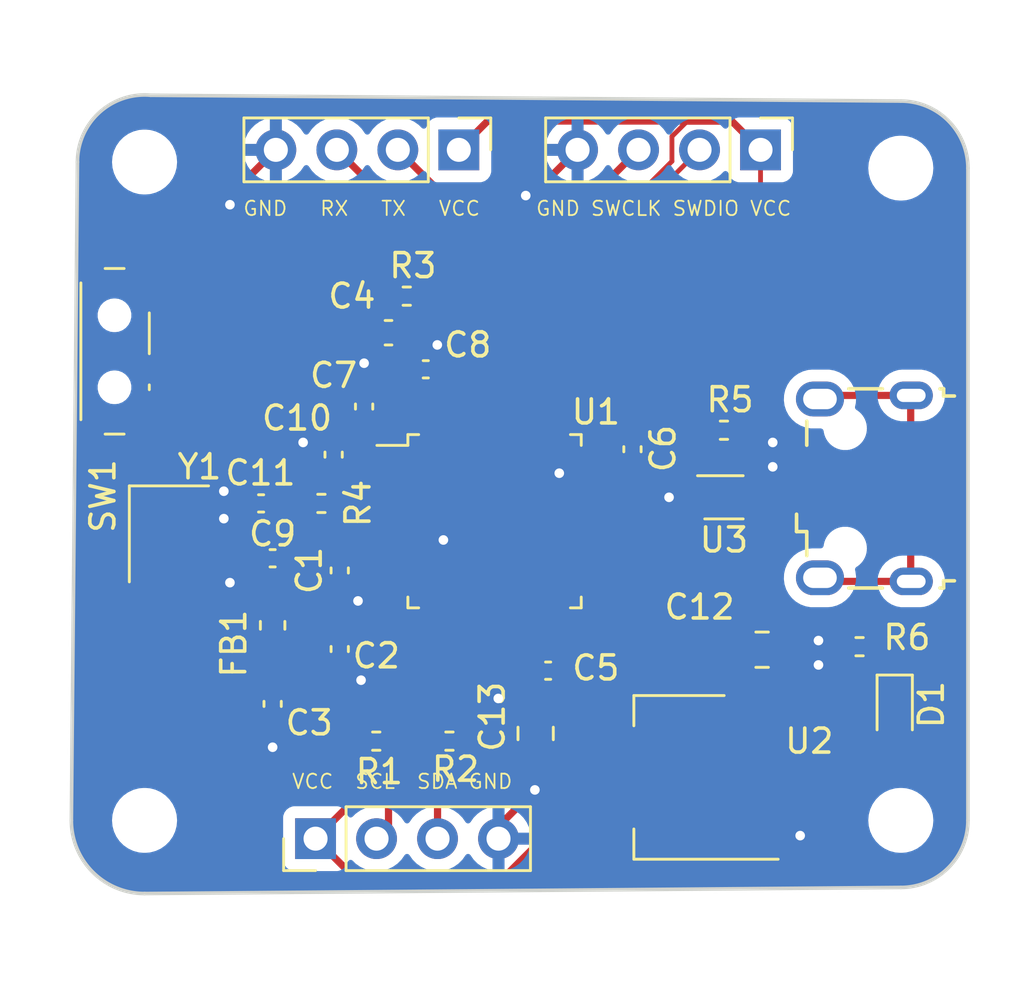
<source format=kicad_pcb>
(kicad_pcb (version 20221018) (generator pcbnew)
  (layers (0 "F.Cu" signal) (31 "B.Cu" signal) (34 "B.Paste" user) (35 "F.Paste" user) (36 "B.SilkS" user "B.Silkscreen") (37 "F.SilkS" user "F.Silkscreen") (38 "B.Mask" user) (39 "F.Mask" user) (44 "Edge.Cuts" user))
  (net 0 "")
  (net 1 "+3.3VA")
  (net 2 "GND")
  (net 3 "+3.3V")
  (net 4 "/NRST")
  (net 5 "HSE_IN")
  (net 6 "Net-(C11-Pad1)")
  (net 7 "VBUS")
  (net 8 "/PWR_LED_K")
  (net 9 "I2C_SCL")
  (net 10 "I2C_SDA")
  (net 11 "SWDIO")
  (net 12 "SWCLK")
  (net 13 "USART1_TX")
  (net 14 "USART1_RX")
  (net 15 "USB_D-")
  (net 16 "USB_D+")
  (net 18 "unconnected-(J4-Shield-Pad6)")
  (net 19 "Net-(SW1-B)")
  (net 20 "/BOOT0")
  (net 21 "HSE_OUT")
  (net 22 "USB_CONN_D+")
  (net 44 "USB_CONN_D-")
  (footprint "Capacitor_SMD:C_0402_1005Metric" (layer "F.Cu") (at 116.84 115.824 -90)
    (fp_text reference "C1" (at 0 1.27 90) (layer "F.SilkS"))
    (fp_text value "10n")
    (pad "1" smd roundrect (at -0.48 0 270) (size 0.56 0.62) (layers "F.Cu" "F.Paste" "F.Mask") (net 1 "+3.3VA"))
    (pad "2" smd roundrect (at 0.48 0 270) (size 0.56 0.62) (layers "F.Cu" "F.Paste" "F.Mask") (net 2 "GND"))
  )
  (footprint "Capacitor_SMD:C_0402_1005Metric" (layer "F.Cu") (at 120.424 107.442)
    (fp_text reference "C8" (at 1.75 -1.016 180) (layer "F.SilkS"))
    (fp_text value "100n" hide)
    (pad "1" smd roundrect (at -0.48 0) (size 0.56 0.62) (layers "F.Cu" "F.Paste" "F.Mask") (net 3 "+3.3V"))
    (pad "2" smd roundrect (at 0.48 0) (size 0.56 0.62) (layers "F.Cu" "F.Paste" "F.Mask") (net 2 "GND"))
  )
  (footprint "Capacitor_SMD:C_0402_1005Metric" (layer "F.Cu") (at 116.586 110.998 90)
    (fp_text reference "C10" (at 1.524 -1.524) (layer "F.SilkS"))
    (fp_text value "10p")
    (pad "1" smd roundrect (at -0.48 0 90) (size 0.56 0.62) (layers "F.Cu" "F.Paste" "F.Mask") (net 5 "HSE_IN"))
    (pad "2" smd roundrect (at 0.48 0 90) (size 0.56 0.62) (layers "F.Cu" "F.Paste" "F.Mask") (net 2 "GND"))
  )
  (footprint "Capacitor_SMD:C_0402_1005Metric" (layer "F.Cu") (at 114.046 115.316 180)
    (fp_text reference "C9" (at 0 1.016 180) (layer "F.SilkS"))
    (fp_text value "100n")
    (pad "1" smd roundrect (at -0.48 0 180) (size 0.56 0.62) (layers "F.Cu" "F.Paste" "F.Mask") (net 4 "/NRST"))
    (pad "2" smd roundrect (at 0.48 0 180) (size 0.56 0.62) (layers "F.Cu" "F.Paste" "F.Mask") (net 2 "GND"))
  )
  (footprint "MountingHole:MountingHole_2.2mm_M2" (layer "F.Cu") (at 140.208 99.06)
    (fp_text reference "H2")
    (fp_text value "MountingHole")
    (pad "" np_thru_hole circle (at 0 0) (size 2.2 2.2) (drill 2.2) (layers "*.Cu" "*.Mask"))
  )
  (footprint "Crystal:Crystal_SMD_3225-4Pin_3.2x2.5mm" (layer "F.Cu") (at 109.728 114.3 -90)
    (fp_text reference "Y1" (at -2.794 -1.27 -180) (layer "F.SilkS"))
    (fp_text value "16MHz" hide)
    (pad "1" smd rect (at -1.1 0.85 270) (size 1.4 1.2) (layers "F.Cu" "F.Paste" "F.Mask") (net 5 "HSE_IN"))
    (pad "2" smd rect (at 1.1 0.85 270) (size 1.4 1.2) (layers "F.Cu" "F.Paste" "F.Mask") (net 2 "GND"))
    (pad "3" smd rect (at 1.1 -0.85 270) (size 1.4 1.2) (layers "F.Cu" "F.Paste" "F.Mask") (net 6 "Net-(C11-Pad1)"))
    (pad "4" smd rect (at -1.1 -0.85 270) (size 1.4 1.2) (layers "F.Cu" "F.Paste" "F.Mask") (net 2 "GND"))
  )
  (footprint "Resistor_SMD:R_0402_1005Metric" (layer "F.Cu") (at 119.632 104.394)
    (fp_text reference "R3" (at 0.256 -1.27) (layer "F.SilkS"))
    (fp_text value "10k")
    (pad "1" smd roundrect (at -0.51 0) (size 0.54 0.64) (layers "F.Cu" "F.Paste" "F.Mask") (net 19 "Net-(SW1-B)"))
    (pad "2" smd roundrect (at 0.51 0) (size 0.54 0.64) (layers "F.Cu" "F.Paste" "F.Mask") (net 20 "/BOOT0"))
  )
  (footprint "Capacitor_SMD:C_0402_1005Metric" (layer "F.Cu") (at 113.566 113.03 180)
    (fp_text reference "C11" (at 0.028 1.27 180) (layer "F.SilkS"))
    (fp_text value "10p")
    (pad "1" smd roundrect (at -0.48 0 180) (size 0.56 0.62) (layers "F.Cu" "F.Paste" "F.Mask") (net 6 "Net-(C11-Pad1)"))
    (pad "2" smd roundrect (at 0.48 0 180) (size 0.56 0.62) (layers "F.Cu" "F.Paste" "F.Mask") (net 2 "GND"))
  )
  (footprint "Capacitor_SMD:C_0402_1005Metric" (layer "F.Cu") (at 117.856 108.994 90)
    (fp_text reference "C7" (at 1.298 -1.27) (layer "F.SilkS"))
    (fp_text value "100n" hide)
    (pad "1" smd roundrect (at -0.48 0 90) (size 0.56 0.62) (layers "F.Cu" "F.Paste" "F.Mask") (net 3 "+3.3V"))
    (pad "2" smd roundrect (at 0.48 0 90) (size 0.56 0.62) (layers "F.Cu" "F.Paste" "F.Mask") (net 2 "GND"))
  )
  (footprint "Capacitor_SMD:C_0402_1005Metric" (layer "F.Cu") (at 114.046 121.384 -90)
    (fp_text reference "C3" (at 0.79 -1.524 -180) (layer "F.SilkS"))
    (fp_text value "1u")
    (pad "1" smd roundrect (at -0.48 0 270) (size 0.56 0.62) (layers "F.Cu" "F.Paste" "F.Mask") (net 3 "+3.3V"))
    (pad "2" smd roundrect (at 0.48 0 270) (size 0.56 0.62) (layers "F.Cu" "F.Paste" "F.Mask") (net 2 "GND"))
  )
  (footprint "Resistor_SMD:R_0402_1005Metric" (layer "F.Cu") (at 121.41 122.936 180)
    (fp_text reference "R2" (at -0.252 -1.17) (layer "F.SilkS"))
    (fp_text value "1k5")
    (pad "1" smd roundrect (at -0.51 0 180) (size 0.54 0.64) (layers "F.Cu" "F.Paste" "F.Mask") (net 3 "+3.3V"))
    (pad "2" smd roundrect (at 0.51 0 180) (size 0.54 0.64) (layers "F.Cu" "F.Paste" "F.Mask") (net 10 "I2C_SDA"))
  )
  (footprint "MountingHole:MountingHole_2.2mm_M2" (layer "F.Cu") (at 108.712 126.238)
    (fp_text reference "H4")
    (fp_text value "MountingHole")
    (pad "" np_thru_hole circle (at 0 0) (size 2.2 2.2) (drill 2.2) (layers "*.Cu" "*.Mask"))
  )
  (footprint "Capacitor_SMD:C_0805_2012Metric" (layer "F.Cu") (at 134.432 119.126)
    (fp_text reference "C12" (at -2.606 -1.778 180) (layer "F.SilkS"))
    (fp_text value "22u")
    (pad "1" smd roundrect (at -0.95 0) (size 1 1.45) (layers "F.Cu" "F.Paste" "F.Mask") (net 7 "VBUS"))
    (pad "2" smd roundrect (at 0.95 0) (size 1 1.45) (layers "F.Cu" "F.Paste" "F.Mask") (net 2 "GND"))
  )
  (footprint "Connector_PinHeader_2.54mm:PinHeader_1x04_P2.54mm_Vertical" (layer "F.Cu") (at 134.366 98.298 -90)
    (fp_text reference "J2" hide)
    (fp_text value "Conn_01x04_Pin")
    (pad "1" thru_hole rect (at 0 0 270) (size 1.7 1.7) (drill 1) (layers "*.Cu" "*.Mask") (net 3 "+3.3V"))
    (pad "2" thru_hole oval (at 0 2.54 270) (size 1.7 1.7) (drill 1) (layers "*.Cu" "*.Mask") (net 11 "SWDIO"))
    (pad "3" thru_hole oval (at 0 5.08 270) (size 1.7 1.7) (drill 1) (layers "*.Cu" "*.Mask") (net 12 "SWCLK"))
    (pad "4" thru_hole oval (at 0 7.62 270) (size 1.7 1.7) (drill 1) (layers "*.Cu" "*.Mask") (net 2 "GND"))
  )
  (footprint "MountingHole:MountingHole_2.2mm_M2" (layer "F.Cu") (at 108.712 98.806)
    (fp_text reference "H1")
    (fp_text value "MountingHole")
    (pad "" np_thru_hole circle (at 0 0) (size 2.2 2.2) (drill 2.2) (layers "*.Cu" "*.Mask"))
  )
  (footprint "Package_TO_SOT_SMD:SOT-223-3_TabPin2" (layer "F.Cu") (at 131 124.446 180)
    (fp_text reference "U2" (at -5.398 1.51) (layer "F.SilkS"))
    (fp_text value "AMS1117-3.3")
    (pad "1" smd rect (at -3.15 -2.3 180) (size 2 1.5) (layers "F.Cu" "F.Paste" "F.Mask") (net 2 "GND"))
    (pad "2" smd rect (at -3.15 0 180) (size 2 1.5) (layers "F.Cu" "F.Paste" "F.Mask") (net 3 "+3.3V"))
    (pad "2" smd rect (at 3.15 0 180) (size 2 3.8) (layers "F.Cu" "F.Paste" "F.Mask") (net 3 "+3.3V"))
    (pad "3" smd rect (at -3.15 2.3 180) (size 2 1.5) (layers "F.Cu" "F.Paste" "F.Mask") (net 7 "VBUS"))
  )
  (footprint "LED_SMD:LED_0603_1608Metric" (layer "F.Cu") (at 139.954 121.666 -90)
    (fp_text reference "D1" (at -0.254 -1.524 90) (layer "F.SilkS"))
    (fp_text value "LED")
    (pad "1" smd roundrect (at -0.7875 0 270) (size 0.875 0.95) (layers "F.Cu" "F.Paste" "F.Mask") (net 8 "/PWR_LED_K"))
    (pad "2" smd roundrect (at 0.7875 0 270) (size 0.875 0.95) (layers "F.Cu" "F.Paste" "F.Mask") (net 3 "+3.3V"))
  )
  (footprint "Resistor_SMD:R_0402_1005Metric" (layer "F.Cu") (at 118.362 122.936)
    (fp_text reference "R1" (at 0.126 1.27) (layer "F.SilkS"))
    (fp_text value "1k5")
    (pad "1" smd roundrect (at -0.51 0) (size 0.54 0.64) (layers "F.Cu" "F.Paste" "F.Mask") (net 3 "+3.3V"))
    (pad "2" smd roundrect (at 0.51 0) (size 0.54 0.64) (layers "F.Cu" "F.Paste" "F.Mask") (net 9 "I2C_SCL"))
  )
  (footprint "Package_TO_SOT_SMD:SOT-666" (layer "F.Cu") (at 132.842 112.776)
    (fp_text reference "U3" (at 0 1.778 180) (layer "F.SilkS"))
    (fp_text value "USBLC6-2P6")
    (pad "1" smd rect (at -0.85 -0.5375) (size 0.5 0.375) (layers "F.Cu" "F.Paste" "F.Mask") (net 22 "USB_CONN_D+"))
    (pad "2" smd rect (at -0.925 0) (size 0.65 0.3) (layers "F.Cu" "F.Paste" "F.Mask") (net 2 "GND"))
    (pad "3" smd rect (at -0.85 0.5375) (size 0.5 0.375) (layers "F.Cu" "F.Paste" "F.Mask") (net 44 "USB_CONN_D-"))
    (pad "4" smd rect (at 0.85 0.5375) (size 0.5 0.375) (layers "F.Cu" "F.Paste" "F.Mask") (net 15 "USB_D-"))
    (pad "5" smd rect (at 0.925 0) (size 0.65 0.3) (layers "F.Cu" "F.Paste" "F.Mask") (net 3 "+3.3V"))
    (pad "6" smd rect (at 0.85 -0.5375) (size 0.5 0.375) (layers "F.Cu" "F.Paste" "F.Mask") (net 16 "USB_D+"))
  )
  (footprint "Button_Switch_SMD:SW_SPDT_PCM12" (layer "F.Cu") (at 107.79 106.692 -90)
    (fp_text reference "SW1" (at 6.03 0.812 90) (layer "F.SilkS"))
    (fp_text value "SW_SPDT")
    (pad "" smd rect (at -3.65 -0.78 270) (size 1 0.8) (layers "F.Cu" "F.Paste" "F.Mask"))
    (pad "" smd rect (at -3.65 1.43 270) (size 1 0.8) (layers "F.Cu" "F.Paste" "F.Mask"))
    (pad "" np_thru_hole circle (at -1.5 0.33 270) (size 0.9 0.9) (drill 0.9) (layers "*.Cu" "*.Mask"))
    (pad "" np_thru_hole circle (at 1.5 0.33 270) (size 0.9 0.9) (drill 0.9) (layers "*.Cu" "*.Mask"))
    (pad "" smd rect (at 3.65 -0.78 270) (size 1 0.8) (layers "F.Cu" "F.Paste" "F.Mask"))
    (pad "" smd rect (at 3.65 1.43 270) (size 1 0.8) (layers "F.Cu" "F.Paste" "F.Mask"))
    (pad "1" smd rect (at -2.25 -1.43 270) (size 0.7 1.5) (layers "F.Cu" "F.Paste" "F.Mask") (net 2 "GND"))
    (pad "2" smd rect (at 0.75 -1.43 270) (size 0.7 1.5) (layers "F.Cu" "F.Paste" "F.Mask") (net 19 "Net-(SW1-B)"))
    (pad "3" smd rect (at 2.25 -1.43 270) (size 0.7 1.5) (layers "F.Cu" "F.Paste" "F.Mask") (net 3 "+3.3V"))
  )
  (footprint "Inductor_SMD:L_0603_1608Metric" (layer "F.Cu") (at 114.046 118.11 -90)
    (fp_text reference "FB1" (at 0.762 1.618 90) (layer "F.SilkS"))
    (fp_text value "120R")
    (pad "1" smd roundrect (at -0.7875 0 270) (size 0.875 0.95) (layers "F.Cu" "F.Paste" "F.Mask") (net 1 "+3.3VA"))
    (pad "2" smd roundrect (at 0.7875 0 270) (size 0.875 0.95) (layers "F.Cu" "F.Paste" "F.Mask") (net 3 "+3.3V"))
  )
  (footprint "Package_QFP:LQFP-48_7x7mm_P0.5mm" (layer "F.Cu") (at 123.2885 113.772)
    (fp_text reference "U1" (at 4.2195 -4.552) (layer "F.SilkS"))
    (fp_text value "STM32F103C8T6")
    (pad "1" smd roundrect (at -4.1625 -2.75) (size 1.475 0.3) (layers "F.Cu" "F.Paste" "F.Mask") (net 3 "+3.3V"))
    (pad "2" smd roundrect (at -4.1625 -2.25) (size 1.475 0.3) (layers "F.Cu" "F.Paste" "F.Mask"))
    (pad "3" smd roundrect (at -4.1625 -1.75) (size 1.475 0.3) (layers "F.Cu" "F.Paste" "F.Mask"))
    (pad "4" smd roundrect (at -4.1625 -1.25) (size 1.475 0.3) (layers "F.Cu" "F.Paste" "F.Mask"))
    (pad "5" smd roundrect (at -4.1625 -0.75) (size 1.475 0.3) (layers "F.Cu" "F.Paste" "F.Mask") (net 5 "HSE_IN"))
    (pad "6" smd roundrect (at -4.1625 -0.25) (size 1.475 0.3) (layers "F.Cu" "F.Paste" "F.Mask") (net 21 "HSE_OUT"))
    (pad "7" smd roundrect (at -4.1625 0.25) (size 1.475 0.3) (layers "F.Cu" "F.Paste" "F.Mask") (net 4 "/NRST"))
    (pad "8" smd roundrect (at -4.1625 0.75) (size 1.475 0.3) (layers "F.Cu" "F.Paste" "F.Mask") (net 2 "GND"))
    (pad "9" smd roundrect (at -4.1625 1.25) (size 1.475 0.3) (layers "F.Cu" "F.Paste" "F.Mask") (net 1 "+3.3VA"))
    (pad "10" smd roundrect (at -4.1625 1.75) (size 1.475 0.3) (layers "F.Cu" "F.Paste" "F.Mask"))
    (pad "11" smd roundrect (at -4.1625 2.25) (size 1.475 0.3) (layers "F.Cu" "F.Paste" "F.Mask"))
    (pad "12" smd roundrect (at -4.1625 2.75) (size 1.475 0.3) (layers "F.Cu" "F.Paste" "F.Mask"))
    (pad "13" smd roundrect (at -2.75 4.1625) (size 0.3 1.475) (layers "F.Cu" "F.Paste" "F.Mask"))
    (pad "14" smd roundrect (at -2.25 4.1625) (size 0.3 1.475) (layers "F.Cu" "F.Paste" "F.Mask"))
    (pad "15" smd roundrect (at -1.75 4.1625) (size 0.3 1.475) (layers "F.Cu" "F.Paste" "F.Mask"))
    (pad "16" smd roundrect (at -1.25 4.1625) (size 0.3 1.475) (layers "F.Cu" "F.Paste" "F.Mask"))
    (pad "17" smd roundrect (at -0.75 4.1625) (size 0.3 1.475) (layers "F.Cu" "F.Paste" "F.Mask"))
    (pad "18" smd roundrect (at -0.25 4.1625) (size 0.3 1.475) (layers "F.Cu" "F.Paste" "F.Mask"))
    (pad "19" smd roundrect (at 0.25 4.1625) (size 0.3 1.475) (layers "F.Cu" "F.Paste" "F.Mask"))
    (pad "20" smd roundrect (at 0.75 4.1625) (size 0.3 1.475) (layers "F.Cu" "F.Paste" "F.Mask"))
    (pad "21" smd roundrect (at 1.25 4.1625) (size 0.3 1.475) (layers "F.Cu" "F.Paste" "F.Mask") (net 9 "I2C_SCL"))
    (pad "22" smd roundrect (at 1.75 4.1625) (size 0.3 1.475) (layers "F.Cu" "F.Paste" "F.Mask") (net 10 "I2C_SDA"))
    (pad "23" smd roundrect (at 2.25 4.1625) (size 0.3 1.475) (layers "F.Cu" "F.Paste" "F.Mask") (net 2 "GND"))
    (pad "24" smd roundrect (at 2.75 4.1625) (size 0.3 1.475) (layers "F.Cu" "F.Paste" "F.Mask") (net 3 "+3.3V"))
    (pad "25" smd roundrect (at 4.1625 2.75) (size 1.475 0.3) (layers "F.Cu" "F.Paste" "F.Mask"))
    (pad "26" smd roundrect (at 4.1625 2.25) (size 1.475 0.3) (layers "F.Cu" "F.Paste" "F.Mask"))
    (pad "27" smd roundrect (at 4.1625 1.75) (size 1.475 0.3) (layers "F.Cu" "F.Paste" "F.Mask"))
    (pad "28" smd roundrect (at 4.1625 1.25) (size 1.475 0.3) (layers "F.Cu" "F.Paste" "F.Mask"))
    (pad "29" smd roundrect (at 4.1625 0.75) (size 1.475 0.3) (layers "F.Cu" "F.Paste" "F.Mask"))
    (pad "30" smd roundrect (at 4.1625 0.25) (size 1.475 0.3) (layers "F.Cu" "F.Paste" "F.Mask"))
    (pad "31" smd roundrect (at 4.1625 -0.25) (size 1.475 0.3) (layers "F.Cu" "F.Paste" "F.Mask"))
    (pad "32" smd roundrect (at 4.1625 -0.75) (size 1.475 0.3) (layers "F.Cu" "F.Paste" "F.Mask") (net 44 "USB_CONN_D-"))
    (pad "33" smd roundrect (at 4.1625 -1.25) (size 1.475 0.3) (layers "F.Cu" "F.Paste" "F.Mask") (net 22 "USB_CONN_D+"))
    (pad "34" smd roundrect (at 4.1625 -1.75) (size 1.475 0.3) (layers "F.Cu" "F.Paste" "F.Mask") (net 11 "SWDIO"))
    (pad "35" smd roundrect (at 4.1625 -2.25) (size 1.475 0.3) (layers "F.Cu" "F.Paste" "F.Mask") (net 2 "GND"))
    (pad "36" smd roundrect (at 4.1625 -2.75) (size 1.475 0.3) (layers "F.Cu" "F.Paste" "F.Mask") (net 3 "+3.3V"))
    (pad "37" smd roundrect (at 2.75 -4.1625) (size 0.3 1.475) (layers "F.Cu" "F.Paste" "F.Mask") (net 12 "SWCLK"))
    (pad "38" smd roundrect (at 2.25 -4.1625) (size 0.3 1.475) (layers "F.Cu" "F.Paste" "F.Mask"))
    (pad "39" smd roundrect (at 1.75 -4.1625) (size 0.3 1.475) (layers "F.Cu" "F.Paste" "F.Mask"))
    (pad "40" smd roundrect (at 1.25 -4.1625) (size 0.3 1.475) (layers "F.Cu" "F.Paste" "F.Mask"))
    (pad "41" smd roundrect (at 0.75 -4.1625) (size 0.3 1.475) (layers "F.Cu" "F.Paste" "F.Mask"))
    (pad "42" smd roundrect (at 0.25 -4.1625) (size 0.3 1.475) (layers "F.Cu" "F.Paste" "F.Mask") (net 13 "USART1_TX"))
    (pad "43" smd roundrect (at -0.25 -4.1625) (size 0.3 1.475) (layers "F.Cu" "F.Paste" "F.Mask") (net 14 "USART1_RX"))
    (pad "44" smd roundrect (at -0.75 -4.1625) (size 0.3 1.475) (layers "F.Cu" "F.Paste" "F.Mask") (net 20 "/BOOT0"))
    (pad "45" smd roundrect (at -1.25 -4.1625) (size 0.3 1.475) (layers "F.Cu" "F.Paste" "F.Mask"))
    (pad "46" smd roundrect (at -1.75 -4.1625) (size 0.3 1.475) (layers "F.Cu" "F.Paste" "F.Mask"))
    (pad "47" smd roundrect (at -2.25 -4.1625) (size 0.3 1.475) (layers "F.Cu" "F.Paste" "F.Mask") (net 2 "GND"))
    (pad "48" smd roundrect (at -2.75 -4.1625) (size 0.3 1.475) (layers "F.Cu" "F.Paste" "F.Mask") (net 3 "+3.3V"))
  )
  (footprint "Resistor_SMD:R_0402_1005Metric" (layer "F.Cu") (at 116.078 113.03 180)
    (fp_text reference "R4" (at -1.524 0 90) (layer "F.SilkS"))
    (fp_text value "47")
    (pad "1" smd roundrect (at -0.51 0 180) (size 0.54 0.64) (layers "F.Cu" "F.Paste" "F.Mask") (net 21 "HSE_OUT"))
    (pad "2" smd roundrect (at 0.51 0 180) (size 0.54 0.64) (layers "F.Cu" "F.Paste" "F.Mask") (net 6 "Net-(C11-Pad1)"))
  )
  (footprint "Capacitor_SMD:C_0603_1608Metric" (layer "F.Cu") (at 118.872 105.918 180)
    (fp_text reference "C4" (at 1.524 1.524 180) (layer "F.SilkS"))
    (fp_text value "10u" hide)
    (pad "1" smd roundrect (at -0.775 0 180) (size 0.9 0.95) (layers "F.Cu" "F.Paste" "F.Mask") (net 3 "+3.3V"))
    (pad "2" smd roundrect (at 0.775 0 180) (size 0.9 0.95) (layers "F.Cu" "F.Paste" "F.Mask") (net 2 "GND"))
  )
  (footprint "Capacitor_SMD:C_0805_2012Metric" (layer "F.Cu") (at 125 122.616 -90)
    (fp_text reference "C13" (at -0.696 1.81 -90) (layer "F.SilkS"))
    (fp_text value "22u")
    (pad "1" smd roundrect (at -0.95 0 270) (size 1 1.45) (layers "F.Cu" "F.Paste" "F.Mask") (net 3 "+3.3V"))
    (pad "2" smd roundrect (at 0.95 0 270) (size 1 1.45) (layers "F.Cu" "F.Paste" "F.Mask") (net 2 "GND"))
  )
  (footprint "Connector_PinHeader_2.54mm:PinHeader_1x04_P2.54mm_Vertical" (layer "F.Cu") (at 115.834 127 90)
    (fp_text reference "J1" hide)
    (fp_text value "Conn_01x04_Pin")
    (pad "1" thru_hole rect (at 0 0 90) (size 1.7 1.7) (drill 1) (layers "*.Cu" "*.Mask") (net 3 "+3.3V"))
    (pad "2" thru_hole oval (at 0 2.54 90) (size 1.7 1.7) (drill 1) (layers "*.Cu" "*.Mask") (net 9 "I2C_SCL"))
    (pad "3" thru_hole oval (at 0 5.08 90) (size 1.7 1.7) (drill 1) (layers "*.Cu" "*.Mask") (net 10 "I2C_SDA"))
    (pad "4" thru_hole oval (at 0 7.62 90) (size 1.7 1.7) (drill 1) (layers "*.Cu" "*.Mask") (net 2 "GND"))
  )
  (footprint "Capacitor_SMD:C_0402_1005Metric" (layer "F.Cu") (at 116.84 119.098 -90)
    (fp_text reference "C2" (at 0.282 -1.524 -180) (layer "F.SilkS"))
    (fp_text value "1u")
    (pad "1" smd roundrect (at -0.48 0 270) (size 0.56 0.62) (layers "F.Cu" "F.Paste" "F.Mask") (net 1 "+3.3VA"))
    (pad "2" smd roundrect (at 0.48 0 270) (size 0.56 0.62) (layers "F.Cu" "F.Paste" "F.Mask") (net 2 "GND"))
  )
  (footprint "Capacitor_SMD:C_0402_1005Metric" (layer "F.Cu") (at 129.032 110.772 -90)
    (fp_text reference "C6" (at -0.028 -1.27 90) (layer "F.SilkS"))
    (fp_text value "100n" hide)
    (pad "1" smd roundrect (at -0.48 0 270) (size 0.56 0.62) (layers "F.Cu" "F.Paste" "F.Mask") (net 3 "+3.3V"))
    (pad "2" smd roundrect (at 0.48 0 270) (size 0.56 0.62) (layers "F.Cu" "F.Paste" "F.Mask") (net 2 "GND"))
  )
  (footprint "Resistor_SMD:R_0402_1005Metric" (layer "F.Cu") (at 132.842 109.98 180)
    (fp_text reference "R5" (at -0.254 1.268 180) (layer "F.SilkS"))
    (fp_text value "1k5")
    (pad "1" smd roundrect (at -0.51 0 180) (size 0.54 0.64) (layers "F.Cu" "F.Paste" "F.Mask") (net 3 "+3.3V"))
    (pad "2" smd roundrect (at 0.51 0 180) (size 0.54 0.64) (layers "F.Cu" "F.Paste" "F.Mask") (net 22 "USB_CONN_D+"))
  )
  (footprint "Connector_USB:USB_Micro-B_Wuerth_629105150521" (layer "F.Cu") (at 138.691 112.405 90)
    (fp_text reference "J4")
    (fp_text value "USB_B_Micro")
    (pad "" np_thru_hole oval (at -2.5 -0.8 90) (size 0.8 0.8) (drill 0.8) (layers "*.Cu" "*.Mask"))
    (pad "" np_thru_hole oval (at 2.5 -0.8 90) (size 0.8 0.8) (drill 0.8) (layers "*.Cu" "*.Mask"))
    (pad "1" smd rect (at -1.3 -1.9 90) (size 0.45 1.3) (layers "F.Cu" "F.Paste" "F.Mask") (net 7 "VBUS"))
    (pad "2" smd rect (at -0.65 -1.9 90) (size 0.45 1.3) (layers "F.Cu" "F.Paste" "F.Mask") (net 15 "USB_D-"))
    (pad "3" smd rect (at 0 -1.9 90) (size 0.45 1.3) (layers "F.Cu" "F.Paste" "F.Mask") (net 16 "USB_D+"))
    (pad "4" smd rect (at 0.65 -1.9 90) (size 0.45 1.3) (layers "F.Cu" "F.Paste" "F.Mask"))
    (pad "5" smd rect (at 1.3 -1.9 90) (size 0.45 1.3) (layers "F.Cu" "F.Paste" "F.Mask") (net 2 "GND"))
    (pad "6" thru_hole oval (at -3.875 1.95 90) (size 1.15 1.8) (drill oval 0.55 1.2) (layers "*.Cu" "*.Mask") (net 18 "unconnected-(J4-Shield-Pad6)"))
    (pad "6" thru_hole oval (at -3.725 -1.85 90) (size 1.45 2) (drill oval 0.85 1.4) (layers "*.Cu" "*.Mask") (net 18 "unconnected-(J4-Shield-Pad6)"))
    (pad "6" thru_hole oval (at 3.725 -1.85 90) (size 1.45 2) (drill oval 0.85 1.4) (layers "*.Cu" "*.Mask") (net 18 "unconnected-(J4-Shield-Pad6)"))
    (pad "6" thru_hole oval (at 3.875 1.95 90) (size 1.15 1.8) (drill oval 0.55 1.2) (layers "*.Cu" "*.Mask") (net 18 "unconnected-(J4-Shield-Pad6)"))
  )
  (footprint "Capacitor_SMD:C_0402_1005Metric" (layer "F.Cu") (at 125.52 120 180)
    (fp_text reference "C5" (at -1.988 0.112) (layer "F.SilkS"))
    (fp_text value "100n")
    (pad "1" smd roundrect (at -0.48 0 180) (size 0.56 0.62) (layers "F.Cu" "F.Paste" "F.Mask") (net 3 "+3.3V"))
    (pad "2" smd roundrect (at 0.48 0 180) (size 0.56 0.62) (layers "F.Cu" "F.Paste" "F.Mask") (net 2 "GND"))
  )
  (footprint "MountingHole:MountingHole_2.2mm_M2" (layer "F.Cu") (at 140.208 126.238)
    (fp_text reference "H3")
    (fp_text value "MountingHole")
    (pad "" np_thru_hole circle (at 0 0) (size 2.2 2.2) (drill 2.2) (layers "*.Cu" "*.Mask"))
  )
  (footprint "Resistor_SMD:R_0402_1005Metric" (layer "F.Cu") (at 138.49 119 180)
    (fp_text reference "R6" (at -1.972 0.382) (layer "F.SilkS"))
    (fp_text value "1k5")
    (pad "1" smd roundrect (at -0.51 0 180) (size 0.54 0.64) (layers "F.Cu" "F.Paste" "F.Mask") (net 8 "/PWR_LED_K"))
    (pad "2" smd roundrect (at 0.51 0 180) (size 0.54 0.64) (layers "F.Cu" "F.Paste" "F.Mask") (net 2 "GND"))
  )
  (footprint "Connector_PinHeader_2.54mm:PinHeader_1x04_P2.54mm_Vertical" (layer "F.Cu") (at 121.8 98.298 -90)
    (fp_text reference "J3" hide)
    (fp_text value "Conn_01x04_Pin")
    (pad "1" thru_hole rect (at 0 0 270) (size 1.7 1.7) (drill 1) (layers "*.Cu" "*.Mask") (net 3 "+3.3V"))
    (pad "2" thru_hole oval (at 0 2.54 270) (size 1.7 1.7) (drill 1) (layers "*.Cu" "*.Mask") (net 13 "USART1_TX"))
    (pad "3" thru_hole oval (at 0 5.08 270) (size 1.7 1.7) (drill 1) (layers "*.Cu" "*.Mask") (net 14 "USART1_RX"))
    (pad "4" thru_hole oval (at 0 7.62 270) (size 1.7 1.7) (drill 1) (layers "*.Cu" "*.Mask") (net 2 "GND"))
  )
  (gr_line (start 143.002 99.06) (end 143.002 126.238) (stroke (width 0.15)) (layer "Edge.Cuts"))
  (gr_arc (start 108.712 129.286) (mid 106.556738 128.393262) (end 105.664 126.238) (stroke (width 0.15)) (layer "Edge.Cuts"))
  (gr_line (start 108.712 129.286) (end 140.208 129.032) (stroke (width 0.15)) (layer "Edge.Cuts"))
  (gr_line (start 105.664 126.238) (end 105.918 98.806) (stroke (width 0.15)) (layer "Edge.Cuts"))
  (gr_arc (start 140.208 96.266) (mid 142.183657 97.084343) (end 143.002 99.06) (stroke (width 0.15)) (layer "Edge.Cuts"))
  (gr_line (start 108.964957 96.023474) (end 140.208 96.266) (stroke (width 0.15)) (layer "Edge.Cuts"))
  (gr_arc (start 105.918 98.806) (mid 106.827899 96.742848) (end 108.964957 96.023474) (stroke (width 0.15)) (layer "Edge.Cuts"))
  (gr_arc (start 143.002 126.238) (mid 142.183657 128.213657) (end 140.208 129.032) (stroke (width 0.15)) (layer "Edge.Cuts"))
  (gr_text "VCC  SCL  SDA GND" (at 114.808 124.968) (layer "F.SilkS") (effects (font (size 0.6 0.6) (thickness 0.075)) (justify left bottom)))
  (gr_text "GND   RX   TX   VCC" (at 112.776 101.092) (layer "F.SilkS") (effects (font (size 0.6 0.6) (thickness 0.075)) (justify left bottom)))
  (gr_text "GND SWCLK SWDIO VCC" (at 124.968 101.092) (layer "F.SilkS") (effects (font (size 0.6 0.6) (thickness 0.075)) (justify left bottom)))
  (segment (start 114.046 117.3225) (end 114.818535 117.3225) (width 0.3) (layer "F.Cu") (net 1))
  (segment (start 119.126 115.022) (end 117.162 115.022) (width 0.3) (layer "F.Cu") (net 1))
  (segment (start 116.84 118.618) (end 116.114035 118.618) (width 0.3) (layer "F.Cu") (net 1))
  (segment (start 114.818535 117.3225) (end 116.797035 115.344) (width 0.3) (layer "F.Cu") (net 1))
  (segment (start 117.162 115.022) (end 116.84 115.344) (width 0.3) (layer "F.Cu") (net 1))
  (segment (start 116.797035 115.344) (end 116.84 115.344) (width 0.3) (layer "F.Cu") (net 1))
  (segment (start 116.114035 118.618) (end 114.818535 117.3225) (width 0.3) (layer "F.Cu") (net 1))
  (segment (start 134.277 126.873) (end 134.15 126.746) (width 0.7) (layer "F.Cu") (net 2))
  (segment (start 109.22 104.442) (end 112.268 101.394) (width 0.3) (layer "F.Cu") (net 2))
  (segment (start 109.964 116.586) (end 112.014 116.586) (width 0.3) (layer "F.Cu") (net 2))
  (segment (start 127.451 111.522) (end 126.2335 111.522) (width 0.3) (layer "F.Cu") (net 2))
  (segment (start 134.874 110.49) (end 135.489 111.105) (width 0.3) (layer "F.Cu") (net 2))
  (segment (start 112.268 116.332) (end 113.284 115.316) (width 0.3) (layer "F.Cu") (net 2))
  (segment (start 111.002 113.03) (end 110.832 113.2) (width 0.7) (layer "F.Cu") (net 2))
  (segment (start 128.762 111.522) (end 129.032 111.252) (width 0.3) (layer "F.Cu") (net 2))
  (segment (start 112.014 116.586) (end 112.268 116.332) (width 0.3) (layer "F.Cu") (net 2))
  (segment (start 117.856 107.188) (end 117.856 106.159) (width 0.3) (layer "F.Cu") (net 2))
  (segment (start 121.0385 109.6095) (end 121.0385 107.5765) (width 0.3) (layer "F.Cu") (net 2))
  (segment (start 125.04 120) (end 125.04 119.95) (width 0.3) (layer "F.Cu") (net 2))
  (segment (start 117.856 108.514) (end 117.856 107.188) (width 0.3) (layer "F.Cu") (net 2))
  (segment (start 117.856 106.159) (end 118.097 105.918) (width 0.3) (layer "F.Cu") (net 2))
  (segment (start 127.451 111.522) (end 128.762 111.522) (width 0.3) (layer "F.Cu") (net 2))
  (segment (start 134.874 111.506) (end 135.275 111.105) (width 0.3) (layer "F.Cu") (net 2))
  (segment (start 136.75 111.125) (end 136.77 111.105) (width 0.3) (layer "F.Cu") (net 2))
  (segment (start 120.904 106.426) (end 120.904 107.442) (width 0.3) (layer "F.Cu") (net 2))
  (segment (start 123.454 127) (end 123.454 126.482) (width 0.3) (layer "F.Cu") (net 2))
  (segment (start 116.911 119.578) (end 117.729 120.396) (width 0.3) (layer "F.Cu") (net 2))
  (segment (start 112.268 101.394) (end 112.268 100.584) (width 0.3) (layer "F.Cu") (net 2))
  (segment (start 113.284 115.316) (end 113.566 115.316) (width 0.3) (layer "F.Cu") (net 2))
  (segment (start 136.017 126.873) (end 134.277 126.873) (width 0.7) (layer "F.Cu") (net 2))
  (segment (start 121.126 114.522) (end 121.158 114.554) (width 0.3) (layer "F.Cu") (net 2))
  (segment (start 124.841 100.203) (end 126.746 98.298) (width 0.3) (layer "F.Cu") (net 2))
  (segment (start 124.587 100.203) (end 124.841 100.203) (width 0.3) (layer "F.Cu") (net 2))
  (segment (start 116.84 119.578) (end 116.911 119.578) (width 0.3) (layer "F.Cu") (net 2))
  (segment (start 125.222 123.788) (end 125 123.566) (width 0.3) (layer "F.Cu") (net 2))
  (segment (start 123.882 121.158) (end 125.04 120) (width 0.3) (layer "F.Cu") (net 2))
  (segment (start 116.84 116.332) (end 117.602 117.094) (width 0.3) (layer "F.Cu") (net 2))
  (segment (start 135.382 110.998) (end 135.636 110.998) (width 0.5) (layer "F.Cu") (net 2))
  (segment (start 134.874 111.506) (end 135.382 110.998) (width 0.5) (layer "F.Cu") (net 2))
  (segment (start 123.454 126.482) (end 125.222 124.714) (width 0.3) (layer "F.Cu") (net 2))
  (segment (start 123.444 121.158) (end 123.882 121.158) (width 0.3) (layer "F.Cu") (net 2))
  (segment (start 116.84 116.304) (end 116.84 116.332) (width 0.3) (layer "F.Cu") (net 2))
  (segment (start 125.5385 119.4515) (end 125.5385 117.9345) (width 0.3) (layer "F.Cu") (net 2))
  (segment (start 134.874 111.506) (end 135.3 111.08) (width 0.5) (layer "F.Cu") (net 2))
  (segment (start 119.126 114.522) (end 121.126 114.522) (width 0.3) (layer "F.Cu") (net 2))
  (segment (start 115.316 110.49) (end 116.558 110.49) (width 0.3) (layer "F.Cu") (net 2))
  (segment (start 114.18 98.298) (end 112.268 100.21) (width 0.3) (layer "F.Cu") (net 2))
  (segment (start 116.558 110.49) (end 116.586 110.518) (width 0.3) (layer "F.Cu") (net 2))
  (segment (start 125.04 119.95) (end 125.5385 119.4515) (width 0.3) (layer "F.Cu") (net 2))
  (segment (start 112.268 100.21) (end 112.268 100.584) (width 0.3) (layer "F.Cu") (net 2))
  (segment (start 126.2335 111.522) (end 125.984 111.7715) (width 0.3) (layer "F.Cu") (net 2))
  (segment (start 135.275 111.105) (end 135.489 111.105) (width 0.3) (layer "F.Cu") (net 2))
  (segment (start 114.046 121.864) (end 114.046 123.19) (width 0.3) (layer "F.Cu") (net 2))
  (segment (start 130.556 112.776) (end 131.917 112.776) (width 0.3) (layer "F.Cu") (net 2))
  (segment (start 135.3 111.08) (end 136.77 111.08) (width 0.5) (layer "F.Cu") (net 2))
  (segment (start 134.874 111.506) (end 134.874 110.49) (width 0.7) (layer "F.Cu") (net 2))
  (segment (start 108.878 115.5) (end 109.964 116.586) (width 0.3) (layer "F.Cu") (net 2))
  (segment (start 108.878 115.4) (end 108.878 115.5) (width 0.3) (layer "F.Cu") (net 2))
  (segment (start 112.916 113.2) (end 113.086 113.03) (width 0.3) (layer "F.Cu") (net 2))
  (segment (start 125.222 124.714) (end 125.222 123.788) (width 0.3) (layer "F.Cu") (net 2))
  (segment (start 121.0385 107.5765) (end 120.904 107.442) (width 0.3) (layer "F.Cu") (net 2))
  (via (at 123.444 121.158) (size 0.8) (drill 0.4) (layers "F.Cu" "B.Cu") (net 2))
  (via (at 134.874 111.506) (size 0.8) (drill 0.4) (layers "F.Cu" "B.Cu") (net 2))
  (via (at 117.602 117.094) (size 0.8) (drill 0.4) (layers "F.Cu" "B.Cu") (net 2))
  (via (at 120.904 106.426) (size 0.8) (drill 0.4) (layers "F.Cu" "B.Cu") (net 2))
  (via (at 112.014 113.665) (size 0.8) (drill 0.4) (layers "F.Cu" "B.Cu") (net 2))
  (via (at 125.984 111.7715) (size 0.8) (drill 0.4) (layers "F.Cu" "B.Cu") (net 2))
  (via (at 124.587 100.203) (size 0.8) (drill 0.4) (layers "F.Cu" "B.Cu") (net 2))
  (via (at 112.268 100.584) (size 0.8) (drill 0.4) (layers "F.Cu" "B.Cu") (net 2))
  (via (at 134.874 110.49) (size 0.8) (drill 0.4) (layers "F.Cu" "B.Cu") (net 2))
  (via (at 124.968 124.968) (size 0.8) (drill 0.4) (layers "F.Cu" "B.Cu") (net 2))
  (via (at 112.268 116.332) (size 0.8) (drill 0.4) (layers "F.Cu" "B.Cu") (net 2))
  (via (at 117.856 107.188) (size 0.8) (drill 0.4) (layers "F.Cu" "B.Cu") (net 2))
  (via (at 136.017 126.873) (size 0.8) (drill 0.4) (layers "F.Cu" "B.Cu") (net 2))
  (via (at 130.556 112.776) (size 0.8) (drill 0.4) (layers "F.Cu" "B.Cu") (net 2))
  (via (at 115.316 110.49) (size 0.8) (drill 0.4) (layers "F.Cu" "B.Cu") (net 2))
  (via (at 136.779 118.745) (size 0.8) (drill 0.4) (layers "F.Cu" "B.Cu") (net 2))
  (via (at 117.729 120.396) (size 0.8) (drill 0.4) (layers "F.Cu" "B.Cu") (net 2))
  (via (at 112.014 112.522) (size 0.8) (drill 0.4) (layers "F.Cu" "B.Cu") (net 2))
  (via (at 136.779 119.761) (size 0.8) (drill 0.4) (layers "F.Cu" "B.Cu") (net 2))
  (via (at 121.158 114.554) (size 0.8) (drill 0.4) (layers "F.Cu" "B.Cu") (net 2))
  (via (at 114.046 123.19) (size 0.8) (drill 0.4) (layers "F.Cu" "B.Cu") (net 2))
  (segment (start 119.944 107.442) (end 119.944 108.3715) (width 0.3) (layer "F.Cu") (net 3))
  (segment (start 120.5385 110.3475) (end 120.5385 109.6095) (width 0.3) (layer "F.Cu") (net 3))
  (segment (start 120.5385 109.6095) (end 120.5385 110.448041) (width 0.3) (layer "F.Cu") (net 3))
  (segment (start 115.834 127) (end 115.834 126.99) (width 0.3) (layer "F.Cu") (net 3))
  (segment (start 121.8 98.298) (end 123 97.098) (width 0.3) (layer "F.Cu") (net 3))
  (segment (start 121.92 122.936) (end 123.19 122.936) (width 0.3) (layer "F.Cu") (net 3))
  (segment (start 133.216 97.148) (end 134.366 98.298) (width 0.2) (layer "F.Cu") (net 3))
  (segment (start 126 120) (end 126.0385 119.9615) (width 0.3) (layer "F.Cu") (net 3))
  (segment (start 123 97.098) (end 133.166 97.098) (width 0.3) (layer "F.Cu") (net 3))
  (segment (start 126.0385 119.9615) (end 126.0385 117.9345) (width 0.3) (layer "F.Cu") (net 3))
  (segment (start 119.647 105.918) (end 119.647 107.145) (width 0.7) (layer "F.Cu") (net 3))
  (segment (start 133.142 110.19) (end 133.352 109.98) (width 0.2) (layer "F.Cu") (net 3))
  (segment (start 136.412 124.446) (end 138.4045 122.4535) (width 0.3) (layer "F.Cu") (net 3))
  (segment (start 115.834 127) (end 117.856 124.978) (width 0.3) (layer "F.Cu") (net 3))
  (segment (start 109.22 108.942) (end 109.498 108.942) (width 0.3) (layer "F.Cu") (net 3))
  (segment (start 133.166 97.098) (end 134.366 98.298) (width 0.3) (layer "F.Cu") (net 3))
  (segment (start 124.206 110.998) (end 124.968 111.76) (width 0.3) (layer "F.Cu") (net 3))
  (segment (start 114.046 118.8975) (end 114.046 120.904) (width 0.3) (layer "F.Cu") (net 3))
  (segment (start 138.4045 122.4535) (end 139.954 122.4535) (width 0.3) (layer "F.Cu") (net 3))
  (segment (start 133.142 112.676) (end 133.142 110.19) (width 0.2) (layer "F.Cu") (net 3))
  (segment (start 125.73 121.666) (end 125 121.666) (width 0.7) (layer "F.Cu") (net 3))
  (segment (start 119.126 111.022) (end 119.15 110.998) (width 0.3) (layer "F.Cu") (net 3))
  (segment (start 109.752 109.474) (end 117.856 109.474) (width 0.5) (layer "F.Cu") (net 3))
  (segment (start 133.242 112.776) (end 133.142 112.676) (width 0.2) (layer "F.Cu") (net 3))
  (segment (start 131.268 97.148) (end 133.216 97.148) (width 0.2) (layer "F.Cu") (net 3))
  (segment (start 128.181 110.292) (end 129.032 110.292) (width 0.3) (layer "F.Cu") (net 3))
  (segment (start 127.85 123.024) (end 127.85 124.446) (width 0.7) (layer "F.Cu") (net 3))
  (segment (start 125.234 111.460839) (end 125.672839 111.022) (width 0.3) (layer "F.Cu") (net 3))
  (segment (start 117.358 128.524) (end 115.834 127) (width 0.3) (layer "F.Cu") (net 3))
  (segment (start 134.15 124.446) (end 136.412 124.446) (width 0.3) (layer "F.Cu") (net 3))
  (segment (start 120.5385 110.3475) (end 120.5385 110.37733) (width 0.2) (layer "F.Cu") (net 3))
  (segment (start 120.5385 110.448041) (end 121.088459 110.998) (width 0.3) (layer "F.Cu") (net 3))
  (segment (start 129.032 100.418346) (end 130.676 98.774346) (width 0.2) (layer "F.Cu") (net 3))
  (segment (start 119.888 110.998) (end 120.5385 110.3475) (width 0.3) (layer "F.Cu") (net 3))
  (segment (start 126 120) (end 126 120.666) (width 0.5) (layer "F.Cu") (net 3))
  (segment (start 124.968 116.025459) (end 124.968 111.76) (width 0.3) (layer "F.Cu") (net 3))
  (segment (start 123.772 128.524) (end 117.358 128.524) (width 0.3) (layer "F.Cu") (net 3))
  (segment (start 124.46 121.666) (end 125 121.666) (width 0.3) (layer "F.Cu") (net 3))
  (segment (start 125.672839 111.022) (end 127.451 111.022) (width 0.3) (layer "F.Cu") (net 3))
  (segment (start 134.15 124.446) (end 127.85 124.446) (width 0.7) (layer "F.Cu") (net 3))
  (segment (start 127.85 124.446) (end 123.772 128.524) (width 0.3) (layer "F.Cu") (net 3))
  (segment (start 119.944 108.3715) (end 120.5385 108.966) (width 0.3) (layer "F.Cu") (net 3))
  (segment (start 127.85 123.786) (end 125.73 121.666) (width 0.7) (layer "F.Cu") (net 3))
  (segment (start 117.856 109.474) (end 117.856 109.752) (width 0.3) (layer "F.Cu") (net 3))
  (segment (start 134.366 108.966) (end 134.366 98.298) (width 0.2) (layer "F.Cu") (net 3))
  (segment (start 133.352 109.98) (end 134.366 108.966) (width 0.2) (layer "F.Cu") (net 3))
  (segment (start 123.19 122.936) (end 124.46 121.666) (width 0.3) (layer "F.Cu") (net 3))
  (segment (start 130.676 98.774346) (end 130.676 97.74) (width 0.2) (layer "F.Cu") (net 3))
  (segment (start 117.856 122.94) (end 117.852 122.936) (width 0.3) (layer "F.Cu") (net 3))
  (segment (start 127.451 111.022) (end 128.181 110.292) (width 0.3) (layer "F.Cu") (net 3))
  (segment (start 129.032 110.292) (end 129.032 100.418346) (width 0.2) (layer "F.Cu") (net 3))
  (segment (start 127.85 124.446) (end 127.85 123.786) (width 0.7) (layer "F.Cu") (net 3))
  (segment (start 114.046 120.904) (end 115.82 120.904) (width 0.3) (layer "F.Cu") (net 3))
  (segment (start 130.676 97.74) (end 131.268 97.148) (width 0.2) (layer "F.Cu") (net 3))
  (segment (start 126.0385 117.9345) (end 126.0385 117.095959) (width 0.3) (layer "F.Cu") (net 3))
  (segment (start 109.22 108.942) (end 109.752 109.474) (width 0.5) (layer "F.Cu") (net 3))
  (segment (start 115.82 120.904) (end 117.852 122.936) (width 0.3) (layer "F.Cu") (net 3))
  (segment (start 119.647 107.145) (end 119.944 107.442) (width 0.7) (layer "F.Cu") (net 3))
  (segment (start 119.15 110.998) (end 119.888 110.998) (width 0.3) (layer "F.Cu") (net 3))
  (segment (start 117.856 124.978) (end 117.856 122.94) (width 0.3) (layer "F.Cu") (net 3))
  (segment (start 133.767 112.776) (end 133.242 112.776) (width 0.2) (layer "F.Cu") (net 3))
  (segment (start 125.234 111.494) (end 125.234 111.460839) (width 0.3) (layer "F.Cu") (net 3))
  (segment (start 124.968 111.76) (end 125.234 111.494) (width 0.3) (layer "F.Cu") (net 3))
  (segment (start 126.0385 117.095959) (end 124.968 116.025459) (width 0.3) (layer "F.Cu") (net 3))
  (segment (start 126 120.666) (end 125 121.666) (width 0.5) (layer "F.Cu") (net 3))
  (segment (start 117.856 109.752) (end 119.126 111.022) (width 0.3) (layer "F.Cu") (net 3))
  (segment (start 121.088459 110.998) (end 124.206 110.998) (width 0.3) (layer "F.Cu") (net 3))
  (segment (start 114.526 115.316) (end 115.82 114.022) (width 0.3) (layer "F.Cu") (net 4))
  (segment (start 115.82 114.022) (end 119.126 114.022) (width 0.3) (layer "F.Cu") (net 4))
  (segment (start 118.287459 113.022) (end 116.743459 111.478) (width 0.3) (layer "F.Cu") (net 5))
  (segment (start 109.132 113.2) (end 109.132 112.102) (width 0.3) (layer "F.Cu") (net 5))
  (segment (start 109.756 111.478) (end 116.586 111.478) (width 0.3) (layer "F.Cu") (net 5))
  (segment (start 109.132 112.102) (end 109.756 111.478) (width 0.3) (layer "F.Cu") (net 5))
  (segment (start 119.126 113.022) (end 118.287459 113.022) (width 0.3) (layer "F.Cu") (net 5))
  (segment (start 116.743459 111.478) (end 116.586 111.478) (width 0.3) (layer "F.Cu") (net 5))
  (segment (start 111.732 115.4) (end 114.046 113.086) (width 0.3) (layer "F.Cu") (net 6))
  (segment (start 110.832 115.4) (end 111.732 115.4) (width 0.3) (layer "F.Cu") (net 6))
  (segment (start 115.568 113.03) (end 114.046 113.03) (width 0.3) (layer "F.Cu") (net 6))
  (segment (start 114.046 113.086) (end 114.046 113.03) (width 0.3) (layer "F.Cu") (net 6))
  (segment (start 133.482 119.126) (end 133.482 117.018) (width 0.5) (layer "F.Cu") (net 7))
  (segment (start 133.482 117.018) (end 136.77 113.73) (width 0.5) (layer "F.Cu") (net 7))
  (segment (start 134.084 122.146) (end 133.604 121.666) (width 0.7) (layer "F.Cu") (net 7))
  (segment (start 134.15 122.146) (end 134.084 122.146) (width 0.7) (layer "F.Cu") (net 7))
  (segment (start 133.604 121.666) (end 133.604 119.248) (width 0.7) (layer "F.Cu") (net 7))
  (segment (start 134.15 122.146) (end 134.15 121.704) (width 0.5) (layer "F.Cu") (net 7))
  (segment (start 133.604 119.248) (end 133.482 119.126) (width 0.7) (layer "F.Cu") (net 7))
  (segment (start 139.954 120.8785) (end 139.954 119.954) (width 0.3) (layer "F.Cu") (net 8))
  (segment (start 139.954 119.954) (end 139 119) (width 0.3) (layer "F.Cu") (net 8))
  (segment (start 123.677541 119.634) (end 124.5385 118.773041) (width 0.3) (layer "F.Cu") (net 9))
  (segment (start 119.38 122.936) (end 122.682 119.634) (width 0.3) (layer "F.Cu") (net 9))
  (segment (start 118.872 126.502) (end 118.872 122.936) (width 0.3) (layer "F.Cu") (net 9))
  (segment (start 122.682 119.634) (end 123.677541 119.634) (width 0.3) (layer "F.Cu") (net 9))
  (segment (start 118.374 127) (end 118.872 126.502) (width 0.3) (layer "F.Cu") (net 9))
  (segment (start 118.872 122.936) (end 119.38 122.936) (width 0.3) (layer "F.Cu") (net 9))
  (segment (start 124.5385 118.773041) (end 124.5385 117.9345) (width 0.3) (layer "F.Cu") (net 9))
  (segment (start 120.914 127) (end 120.914 122.95) (width 0.3) (layer "F.Cu") (net 10))
  (segment (start 125.0385 117.9345) (end 125.0385 118.980147) (width 0.3) (layer "F.Cu") (net 10))
  (segment (start 123.884647 120.134) (end 122.944 120.134) (width 0.3) (layer "F.Cu") (net 10))
  (segment (start 125.0385 118.980147) (end 123.884647 120.134) (width 0.3) (layer "F.Cu") (net 10))
  (segment (start 120.914 122.95) (end 120.9 122.936) (width 0.3) (layer "F.Cu") (net 10))
  (segment (start 120.904 122.174) (end 120.904 122.932) (width 0.3) (layer "F.Cu") (net 10))
  (segment (start 122.944 120.134) (end 120.904 122.174) (width 0.3) (layer "F.Cu") (net 10))
  (segment (start 120.904 122.932) (end 120.9 122.936) (width 0.3) (layer "F.Cu") (net 10))
  (segment (start 129.194254 112.022) (end 129.856 111.360254) (width 0.2) (layer "F.Cu") (net 11))
  (segment (start 129.856 111.360254) (end 129.856 100.268) (width 0.2) (layer "F.Cu") (net 11))
  (segment (start 129.856 100.268) (end 131.826 98.298) (width 0.2) (layer "F.Cu") (net 11))
  (segment (start 127.451 112.022) (end 129.194254 112.022) (width 0.2) (layer "F.Cu") (net 11))
  (segment (start 126.0385 101.5455) (end 129.286 98.298) (width 0.3) (layer "F.Cu") (net 12))
  (segment (start 126.0385 109.6095) (end 126.0385 101.5455) (width 0.3) (layer "F.Cu") (net 12))
  (segment (start 123.5385 102.5765) (end 119.26 98.298) (width 0.3) (layer "F.Cu") (net 13))
  (segment (start 123.5385 109.6095) (end 123.5385 102.5765) (width 0.3) (layer "F.Cu") (net 13))
  (segment (start 123.0385 109.6095) (end 123.0385 104.6165) (width 0.3) (layer "F.Cu") (net 14))
  (segment (start 123.0385 104.6165) (end 116.72 98.298) (width 0.3) (layer "F.Cu") (net 14))
  (segment (start 136.791 113.055) (end 136.852 113.055) (width 0.3) (layer "F.Cu") (net 15))
  (segment (start 135.715999 112.955) (end 135.815999 113.055) (width 0.2) (layer "F.Cu") (net 15))
  (segment (start 136.852 113.055) (end 136.906 113.001) (width 0.3) (layer "F.Cu") (net 15))
  (segment (start 135.815999 113.055) (end 136.791 113.055) (width 0.2) (layer "F.Cu") (net 15))
  (segment (start 134.154501 113.226) (end 134.392 113.226) (width 0.2) (layer "F.Cu") (net 15))
  (segment (start 134.067001 113.3135) (end 134.154501 113.226) (width 0.2) (layer "F.Cu") (net 15))
  (segment (start 134.392 113.226) (end 134.663 112.955) (width 0.2) (layer "F.Cu") (net 15))
  (segment (start 133.692 113.3135) (end 134.067001 113.3135) (width 0.2) (layer "F.Cu") (net 15))
  (segment (start 134.663 112.955) (end 135.715999 112.955) (width 0.2) (layer "F.Cu") (net 15))
  (segment (start 134.571 112.505) (end 135.715999 112.505) (width 0.2) (layer "F.Cu") (net 16))
  (segment (start 136.791 112.405) (end 136.791 112.436) (width 0.3) (layer "F.Cu") (net 16))
  (segment (start 134.067001 112.2385) (end 134.154501 112.326) (width 0.2) (layer "F.Cu") (net 16))
  (segment (start 135.715999 112.505) (end 135.815999 112.405) (width 0.2) (layer "F.Cu") (net 16))
  (segment (start 133.692 112.2385) (end 134.067001 112.2385) (width 0.2) (layer "F.Cu") (net 16))
  (segment (start 134.154501 112.326) (end 134.392 112.326) (width 0.2) (layer "F.Cu") (net 16))
  (segment (start 135.815999 112.405) (end 136.791 112.405) (width 0.2) (layer "F.Cu") (net 16))
  (segment (start 136.791 112.436) (end 136.835 112.48) (width 0.3) (layer "F.Cu") (net 16))
  (segment (start 134.392 112.326) (end 134.571 112.505) (width 0.2) (layer "F.Cu") (net 16))
  (segment (start 136.835 112.48) (end 136.906 112.48) (width 0.3) (layer "F.Cu") (net 16))
  (segment (start 136.97 116.28) (end 136.82 116.13) (width 0.3) (layer "F.Cu") (net 18))
  (segment (start 140.62 116.28) (end 136.97 116.28) (width 0.3) (layer "F.Cu") (net 18))
  (segment (start 140.62 116.28) (end 140.62 108.53) (width 0.3) (layer "F.Cu") (net 18))
  (segment (start 140.62 108.53) (end 136.97 108.53) (width 0.3) (layer "F.Cu") (net 18))
  (segment (start 136.97 108.53) (end 136.82 108.68) (width 0.3) (layer "F.Cu") (net 18))
  (segment (start 112.776 104.394) (end 109.728 107.442) (width 0.3) (layer "F.Cu") (net 19))
  (segment (start 119.122 104.394) (end 112.776 104.394) (width 0.3) (layer "F.Cu") (net 19))
  (segment (start 109.728 107.442) (end 109.22 107.442) (width 0.3) (layer "F.Cu") (net 19))
  (segment (start 122.5385 109.6095) (end 122.5385 106.7905) (width 0.3) (layer "F.Cu") (net 20))
  (segment (start 122.5385 106.7905) (end 120.142 104.394) (width 0.3) (layer "F.Cu") (net 20))
  (segment (start 117.08 113.522) (end 119.126 113.522) (width 0.3) (layer "F.Cu") (net 21))
  (segment (start 116.588 113.03) (end 116.586 113.028) (width 0.3) (layer "F.Cu") (net 21))
  (segment (start 116.588 113.03) (end 117.08 113.522) (width 0.3) (layer "F.Cu") (net 21))
  (segment (start 131.992 112.2385) (end 131.616999 112.2385) (width 0.2) (layer "F.Cu") (net 22))
  (segment (start 131.616999 112.2385) (end 131.454499 112.076) (width 0.2) (layer "F.Cu") (net 22))
  (segment (start 129.795051 112.546999) (end 130.26605 112.076) (width 0.2) (layer "F.Cu") (net 22))
  (segment (start 127.451 112.522) (end 127.475999 112.546999) (width 0.2) (layer "F.Cu") (net 22))
  (segment (start 132.332 111.762) (end 132.332 109.98) (width 0.2) (layer "F.Cu") (net 22))
  (segment (start 131.454499 112.076) (end 130.26605 112.076) (width 0.2) (layer "F.Cu") (net 22))
  (segment (start 131.992 112.102) (end 132.332 111.762) (width 0.2) (layer "F.Cu") (net 22))
  (segment (start 131.992 112.2385) (end 131.992 112.102) (width 0.2) (layer "F.Cu") (net 22))
  (segment (start 127.475999 112.546999) (end 129.795051 112.546999) (width 0.2) (layer "F.Cu") (net 22))
  (segment (start 131.992 113.3135) (end 131.616999 113.3135) (width 0.2) (layer "F.Cu") (net 44))
  (segment (start 131.616999 113.3135) (end 131.454499 113.476) (width 0.2) (layer "F.Cu") (net 44))
  (segment (start 129.787051 112.997001) (end 130.26605 113.476) (width 0.2) (layer "F.Cu") (net 44))
  (segment (start 127.451 113.022) (end 127.475999 112.997001) (width 0.2) (layer "F.Cu") (net 44))
  (segment (start 127.475999 112.997001) (end 129.787051 112.997001) (width 0.2) (layer "F.Cu") (net 44))
  (segment (start 131.454499 113.476) (end 130.26605 113.476) (width 0.2) (layer "F.Cu") (net 44))
  (zone (net 2) (net_name "GND") (layer "F.Cu") (priority 2) (connect_pads yes (clearance 0.3)) (min_thickness 0.25) (fill yes (thermal_gap 0.5) (thermal_bridge_width 0.5))
    (polygon (pts (xy 134.62 118.237) (xy 138.303 118.237) (xy 138.303 120.269) (xy 134.62 120.269)))
  )
  (zone (net 2) (net_name "GND") (layer "F.Cu") (priority 1) (connect_pads yes (clearance 0.3)) (min_thickness 0.25) (fill yes (thermal_gap 0.5) (thermal_bridge_width 0.5))
    (polygon (pts (xy 109.855 112.141) (xy 113.284 112.268) (xy 113.284 113.157) (xy 112.014 114.173) (xy 109.982 114.173)))
  )
  (zone (net 2) (net_name "GND") (layer "B.Cu") (connect_pads (clearance 0.5)) (min_thickness 0.25) (fill yes (thermal_gap 0.5) (thermal_bridge_width 0.5))
    (polygon (pts (xy 105.41 95.504) (xy 144.272 95.504) (xy 144.272 130.048) (xy 104.902 130.048)))
  )
)
</source>
